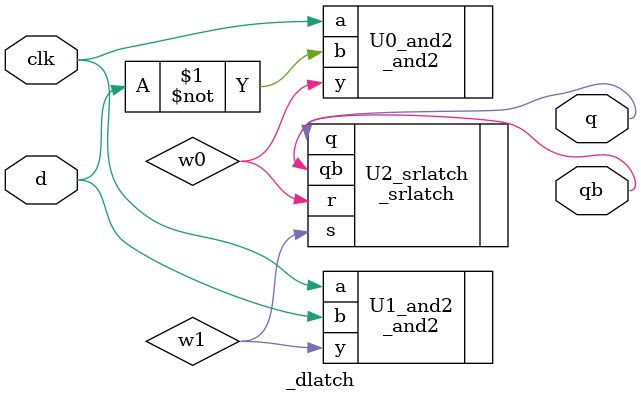
<source format=v>
module _dlatch(clk,d,q,qb); //D Latch
	input clk,d;
	output q,qb;
	wire w0,w1;
	
	_and2 U0_and2(.a(clk),.b(~d),.y(w0));	// use 2 2AND to Data signal
	_and2 U1_and2(.a(clk),.b(d),.y(w1));
	_srlatch U2_srlatch(.r(w0),.s(w1),.q(q),.qb(qb)); // SR Latch
	
endmodule
</source>
